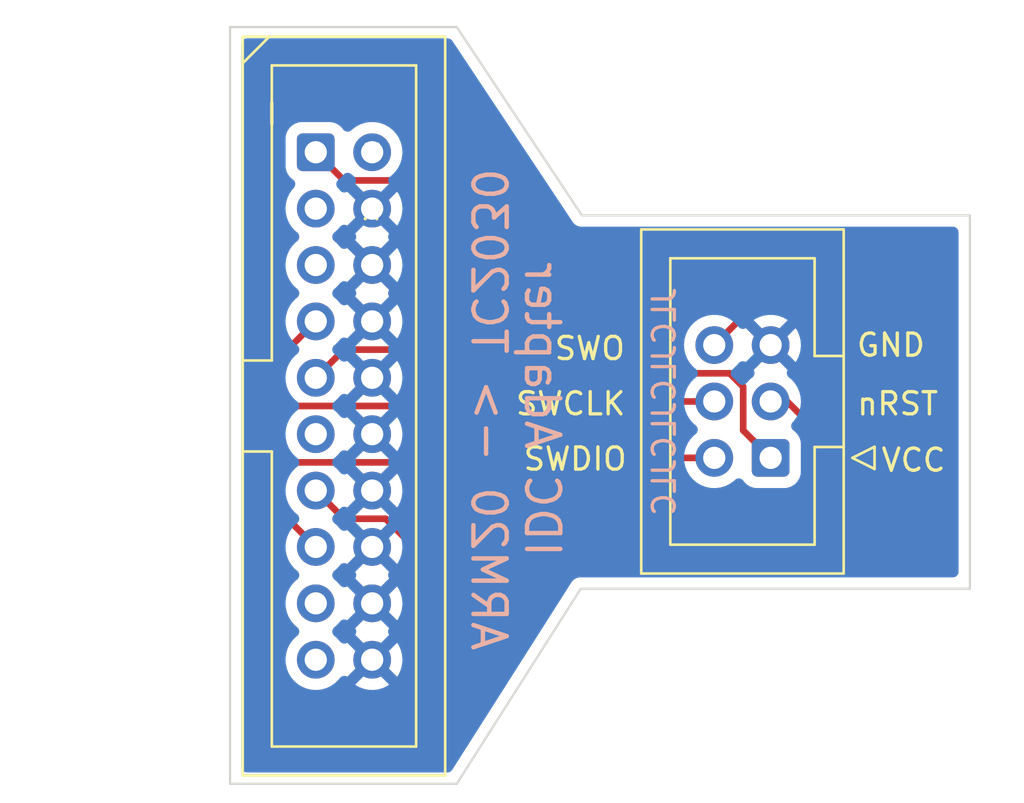
<source format=kicad_pcb>
(kicad_pcb (version 20211014) (generator pcbnew)
  (layers (0 "F.Cu" signal) (31 "B.Cu" signal) (34 "B.Paste" user) (35 "F.Paste" user) (36 "B.SilkS" user "B.Silkscreen") (37 "F.SilkS" user "F.Silkscreen") (38 "B.Mask" user) (39 "F.Mask" user) (44 "Edge.Cuts" user))
  (net 0 "")
  (net 1 "VCC")
  (net 2 "nTRST")
  (net 3 "TDI")
  (net 4 "SWDIO")
  (net 5 "SWCLK")
  (net 6 "RTCK")
  (net 7 "SWO")
  (net 8 "nRESET")
  (net 12 "GND")
  (footprint "Connector_IDC:IDC-Header_2x10_P2.54mm_Vertical" (layer "F.Cu") (at 124.206001 70.0532)
    (fp_text reference "J1" hide)
    (fp_text value "ARM20_Connector" hide)
    (fp_line (start -1.98 -3.91) (end 4.52 -3.91) (layer "F.SilkS") (width 0.12))
    (fp_line (start -3.29 28.07) (end -3.29 -5.21) (layer "F.SilkS") (width 0.12))
    (fp_line (start -1.98 13.48) (end -1.98 13.48) (layer "F.SilkS") (width 0.12))
    (fp_line (start 5.83 28.07) (end -3.29 28.07) (layer "F.SilkS") (width 0.12))
    (fp_line (start -1.98 13.48) (end -3.29 13.48) (layer "F.SilkS") (width 0.12))
    (fp_line (start 4.52 -3.91) (end 4.52 26.77) (layer "F.SilkS") (width 0.12))
    (fp_line (start -1.98 26.77) (end -1.98 13.48) (layer "F.SilkS") (width 0.12))
    (fp_line (start -3.3 -4) (end -2.1 -5.2) (layer "F.SilkS") (width 0.12))
    (fp_line (start -3.29 9.38) (end -1.98 9.38) (layer "F.SilkS") (width 0.12))
    (fp_line (start -3.29 -5.21) (end 5.83 -5.21) (layer "F.SilkS") (width 0.12))
    (fp_line (start 4.52 26.77) (end -1.98 26.77) (layer "F.SilkS") (width 0.12))
    (fp_line (start -1.98 9.38) (end -1.98 -3.91) (layer "F.SilkS") (width 0.12))
    (fp_line (start 5.83 -5.21) (end 5.83 28.07) (layer "F.SilkS") (width 0.12))
    (pad "1" thru_hole roundrect (at 0 0) (size 1.7 1.7) (drill 1) (layers *.Cu *.Mask) (roundrect_rratio 0.1470588235) (net 1 "VCC"))
    (pad "2" thru_hole circle (at 2.54 0) (size 1.7 1.7) (drill 1) (layers *.Cu *.Mask))
    (pad "3" thru_hole circle (at 0 2.54) (size 1.7 1.7) (drill 1) (layers *.Cu *.Mask) (net 2 "nTRST"))
    (pad "4" thru_hole circle (at 2.54 2.54) (size 1.7 1.7) (drill 1) (layers *.Cu *.Mask) (net 12 "GND"))
    (pad "5" thru_hole circle (at 0 5.08) (size 1.7 1.7) (drill 1) (layers *.Cu *.Mask) (net 3 "TDI"))
    (pad "6" thru_hole circle (at 2.54 5.08) (size 1.7 1.7) (drill 1) (layers *.Cu *.Mask) (net 12 "GND"))
    (pad "7" thru_hole circle (at 0 7.62) (size 1.7 1.7) (drill 1) (layers *.Cu *.Mask) (net 4 "SWDIO"))
    (pad "8" thru_hole circle (at 2.54 7.62) (size 1.7 1.7) (drill 1) (layers *.Cu *.Mask) (net 12 "GND"))
    (pad "9" thru_hole circle (at 0 10.16) (size 1.7 1.7) (drill 1) (layers *.Cu *.Mask) (net 5 "SWCLK"))
    (pad "10" thru_hole circle (at 2.54 10.16) (size 1.7 1.7) (drill 1) (layers *.Cu *.Mask) (net 12 "GND"))
    (pad "11" thru_hole circle (at 0 12.7) (size 1.7 1.7) (drill 1) (layers *.Cu *.Mask) (net 6 "RTCK"))
    (pad "12" thru_hole circle (at 2.54 12.7) (size 1.7 1.7) (drill 1) (layers *.Cu *.Mask) (net 12 "GND"))
    (pad "13" thru_hole circle (at 0 15.24) (size 1.7 1.7) (drill 1) (layers *.Cu *.Mask) (net 7 "SWO"))
    (pad "14" thru_hole circle (at 2.54 15.24) (size 1.7 1.7) (drill 1) (layers *.Cu *.Mask) (net 12 "GND"))
    (pad "15" thru_hole circle (at 0 17.78) (size 1.7 1.7) (drill 1) (layers *.Cu *.Mask) (net 8 "nRESET"))
    (pad "16" thru_hole circle (at 2.54 17.78) (size 1.7 1.7) (drill 1) (layers *.Cu *.Mask) (net 12 "GND"))
    (pad "17" thru_hole circle (at 0 20.32) (size 1.7 1.7) (drill 1) (layers *.Cu *.Mask))
    (pad "18" thru_hole circle (at 2.54 20.32) (size 1.7 1.7) (drill 1) (layers *.Cu *.Mask) (net 12 "GND"))
    (pad "19" thru_hole circle (at 0 22.86) (size 1.7 1.7) (drill 1) (layers *.Cu *.Mask))
    (pad "20" thru_hole circle (at 2.54 22.86) (size 1.7 1.7) (drill 1) (layers *.Cu *.Mask) (net 12 "GND"))
  )
  (footprint "Connector_IDC:IDC-Header_2x03_P2.54mm_Vertical" (layer "F.Cu") (at 144.6964 83.82 180)
    (fp_text reference "J2" hide)
    (fp_text value "Conn_02x03_Odd_Even" hide)
    (fp_line (start -1.98 -3.91) (end 4.52 -3.91) (layer "F.SilkS") (width 0.12))
    (fp_line (start -3.29 -5.21) (end 5.83 -5.21) (layer "F.SilkS") (width 0.12))
    (fp_line (start -3.68 0) (end -4.68 -0.5) (layer "F.SilkS") (width 0.12))
    (fp_line (start -1.98 8.99) (end -1.98 4.59) (layer "F.SilkS") (width 0.12))
    (fp_line (start -1.98 4.59) (end -3.29 4.59) (layer "F.SilkS") (width 0.12))
    (fp_line (start -3.29 10.29) (end -3.29 -5.21) (layer "F.SilkS") (width 0.12))
    (fp_line (start -3.29 0.49) (end -1.98 0.49) (layer "F.SilkS") (width 0.12))
    (fp_line (start -4.68 -0.5) (end -4.68 0.5) (layer "F.SilkS") (width 0.12))
    (fp_line (start 5.83 10.29) (end -3.29 10.29) (layer "F.SilkS") (width 0.12))
    (fp_line (start 4.52 8.99) (end -1.98 8.99) (layer "F.SilkS") (width 0.12))
    (fp_line (start -1.98 0.49) (end -1.98 -3.91) (layer "F.SilkS") (width 0.12))
    (fp_line (start 4.52 -3.91) (end 4.52 8.99) (layer "F.SilkS") (width 0.12))
    (fp_line (start -4.68 0.5) (end -3.68 0) (layer "F.SilkS") (width 0.12))
    (fp_line (start 5.83 -5.21) (end 5.83 10.29) (layer "F.SilkS") (width 0.12))
    (fp_line (start -1.98 4.59) (end -1.98 4.59) (layer "F.SilkS") (width 0.12))
    (pad "1" thru_hole roundrect locked (at 0 0 180) (size 1.7 1.7) (drill 1) (layers *.Cu *.Mask) (roundrect_rratio 0.1470588235) (net 1 "VCC"))
    (pad "2" thru_hole circle locked (at 2.54 0 180) (size 1.7 1.7) (drill 1) (layers *.Cu *.Mask) (net 4 "SWDIO"))
    (pad "3" thru_hole circle locked (at 0 2.54 180) (size 1.7 1.7) (drill 1) (layers *.Cu *.Mask) (net 8 "nRESET"))
    (pad "4" thru_hole circle locked (at 2.54 2.54 180) (size 1.7 1.7) (drill 1) (layers *.Cu *.Mask) (net 5 "SWCLK"))
    (pad "5" thru_hole circle locked (at 0 5.08 180) (size 1.7 1.7) (drill 1) (layers *.Cu *.Mask) (net 12 "GND"))
    (pad "6" thru_hole circle locked (at 2.54 5.08 180) (size 1.7 1.7) (drill 1) (layers *.Cu *.Mask) (net 7 "SWO"))
  )
  (gr_line (start 122.2248 68.7832) (end 122.2248 67.818) (layer "F.SilkS") (width 0.15))
  (gr_line (start 153.67 89.7128) (end 136.144 89.7128) (layer "Edge.Cuts") (width 0.1))
  (gr_line (start 120.3452 64.4144) (end 120.4468 64.4144) (layer "Edge.Cuts") (width 0.1))
  (gr_line (start 136.1948 72.898) (end 153.67 72.898) (layer "Edge.Cuts") (width 0.1))
  (gr_line (start 120.3452 98.5012) (end 120.3452 64.4144) (layer "Edge.Cuts") (width 0.1))
  (gr_line (start 136.144 89.7128) (end 130.556 98.5012) (layer "Edge.Cuts") (width 0.1))
  (gr_line (start 130.556 98.5012) (end 120.3452 98.5012) (layer "Edge.Cuts") (width 0.1))
  (gr_line (start 120.4468 64.4144) (end 130.556 64.4144) (layer "Edge.Cuts") (width 0.1))
  (gr_line (start 153.67 72.898) (end 153.67 89.7128) (layer "Edge.Cuts") (width 0.1))
  (gr_line (start 130.556 64.4144) (end 136.1948 72.898) (layer "Edge.Cuts") (width 0.1))
  (gr_text "IDC Adapter\nARM20 -> TC2030" (at 133.1976 81.6356 -90) (layer "B.SilkS") (effects (font (size 1.5 1.5) (thickness 0.2)) (justify mirror)))
  (gr_text "JLCJLCJLCJLC" (at 139.9032 81.28 90) (layer "B.SilkS") (effects (font (size 1 1)) (justify mirror)))
  (gr_text "x" (at 126.6952 72.5932) (layer "F.SilkS") (effects (font (size 1 1))))
  (gr_text "VCC" (at 151.13 83.9216) (layer "F.SilkS") (effects (font (size 1 1))))
  (gr_text "SWCLK" (at 135.6868 81.3816) (layer "F.SilkS") (effects (font (size 1 1))))
  (gr_text "SWO" (at 136.5504 78.8924) (layer "F.SilkS") (effects (font (size 1 1))))
  (gr_text "nRST" (at 150.4188 81.3816) (layer "F.SilkS") (effects (font (size 1 1))))
  (gr_text "x" (at 126.746 69.9008) (layer "F.SilkS") (effects (font (size 1 1))))
  (gr_text "GND" (at 150.114 78.74) (layer "F.SilkS") (effects (font (size 1 1))))
  (gr_text "SWDIO" (at 135.89 83.8708) (layer "F.SilkS") (effects (font (size 1 1))))
  (segment (start 132.1816 71.3232) (end 125.476001 71.3232) (width 0.3) (layer "F.Cu") (net 1))
  (segment (start 143.4592 80.6196) (end 142.8496 80.01) (width 0.3) (layer "F.Cu") (net 1))
  (segment (start 125.476001 71.3232) (end 124.206001 70.0532) (width 0.3) (layer "F.Cu") (net 1))
  (segment (start 144.6964 83.82) (end 143.4592 82.5828) (width 0.3) (layer "F.Cu") (net 1))
  (segment (start 140.8684 80.01) (end 132.1816 71.3232) (width 0.3) (layer "F.Cu") (net 1))
  (segment (start 143.4592 82.5828) (end 143.4592 80.6196) (width 0.3) (layer "F.Cu") (net 1))
  (segment (start 142.8496 80.01) (end 140.8684 80.01) (width 0.3) (layer "F.Cu") (net 1))
  (segment (start 128.2192 81.4832) (end 130.556 83.82) (width 0.3) (layer "F.Cu") (net 4))
  (segment (start 130.556 83.82) (end 142.1564 83.82) (width 0.3) (layer "F.Cu") (net 4))
  (segment (start 123.0884 81.4832) (end 122.428 80.8228) (width 0.3) (layer "F.Cu") (net 4))
  (segment (start 122.428 80.8228) (end 122.428 79.451201) (width 0.3) (layer "F.Cu") (net 4))
  (segment (start 128.2192 81.4832) (end 123.0884 81.4832) (width 0.3) (layer "F.Cu") (net 4))
  (segment (start 122.428 79.451201) (end 124.206001 77.6732) (width 0.3) (layer "F.Cu") (net 4))
  (segment (start 131.064 81.28) (end 128.7272 78.9432) (width 0.3) (layer "F.Cu") (net 5))
  (segment (start 142.1564 81.28) (end 131.064 81.28) (width 0.3) (layer "F.Cu") (net 5))
  (segment (start 128.7272 78.9432) (end 125.476001 78.9432) (width 0.3) (layer "F.Cu") (net 5))
  (segment (start 125.476001 78.9432) (end 124.206001 80.2132) (width 0.3) (layer "F.Cu") (net 5))
  (segment (start 148.1836 79.248) (end 148.1836 85.9536) (width 0.3) (layer "F.Cu") (net 7))
  (segment (start 144.036 76.8604) (end 145.796 76.8604) (width 0.3) (layer "F.Cu") (net 7))
  (segment (start 148.1836 85.9536) (end 146.1516 87.9856) (width 0.3) (layer "F.Cu") (net 7))
  (segment (start 142.1564 78.74) (end 144.036 76.8604) (width 0.3) (layer "F.Cu") (net 7))
  (segment (start 125.476001 86.5632) (end 124.206001 85.2932) (width 0.3) (layer "F.Cu") (net 7))
  (segment (start 145.796 76.8604) (end 148.1836 79.248) (width 0.3) (layer "F.Cu") (net 7))
  (segment (start 146.1516 87.9856) (end 128.778 87.9856) (width 0.3) (layer "F.Cu") (net 7))
  (segment (start 127.3556 86.5632) (end 125.476001 86.5632) (width 0.3) (layer "F.Cu") (net 7))
  (segment (start 128.778 87.9856) (end 127.3556 86.5632) (width 0.3) (layer "F.Cu") (net 7))
  (segment (start 129.8956 85.8012) (end 128.1176 84.0232) (width 0.3) (layer "F.Cu") (net 8))
  (segment (start 122.8852 84.0232) (end 122.2248 84.6836) (width 0.3) (layer "F.Cu") (net 8))
  (segment (start 146.8628 82.7024) (end 146.8628 84.9884) (width 0.3) (layer "F.Cu") (net 8))
  (segment (start 122.2248 84.6836) (end 122.2248 85.851999) (width 0.3) (layer "F.Cu") (net 8))
  (segment (start 128.1176 84.0232) (end 122.8852 84.0232) (width 0.3) (layer "F.Cu") (net 8))
  (segment (start 146.05 85.8012) (end 129.8956 85.8012) (width 0.3) (layer "F.Cu") (net 8))
  (segment (start 146.8628 84.9884) (end 146.05 85.8012) (width 0.3) (layer "F.Cu") (net 8))
  (segment (start 122.2248 85.851999) (end 124.206001 87.8332) (width 0.3) (layer "F.Cu") (net 8))
  (segment (start 144.6964 81.28) (end 145.4404 81.28) (width 0.3) (layer "F.Cu") (net 8))
  (segment (start 145.4404 81.28) (end 146.8628 82.7024) (width 0.3) (layer "F.Cu") (net 8))
  (zone (net 12) (net_name "GND") (layer "B.Cu") (connect_pads (clearance 0.508)) (min_thickness 0.508) (fill yes (thermal_gap 0.508) (thermal_bridge_width 0.508))
    (polygon (pts (xy 156.1084 99.3648) (xy 109.982 99.3648) (xy 109.982 63.1952) (xy 156.1084 63.1952)))
  )
)
</source>
